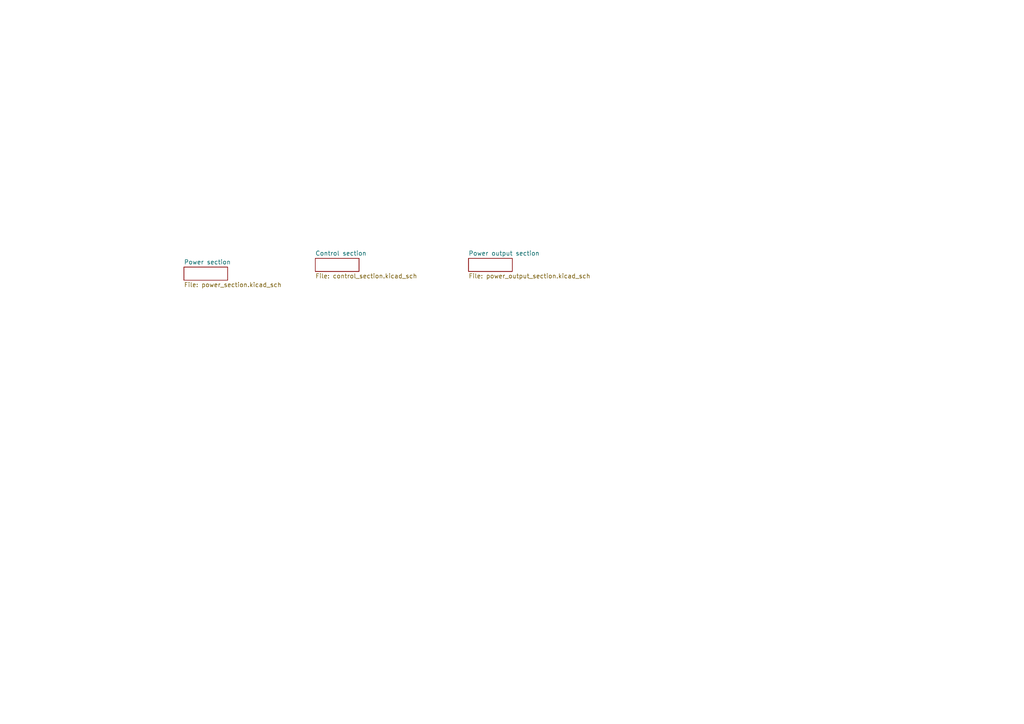
<source format=kicad_sch>
(kicad_sch
	(version 20231120)
	(generator "eeschema")
	(generator_version "8.0")
	(uuid "c84f7b8c-8d46-4cdf-96e7-8808b8751cbe")
	(paper "A4")
	(lib_symbols)
	(sheet
		(at 53.34 77.47)
		(size 12.7 3.81)
		(fields_autoplaced yes)
		(stroke
			(width 0.1524)
			(type solid)
		)
		(fill
			(color 0 0 0 0.0000)
		)
		(uuid "2a0279bb-cfb0-46c6-9852-6d23454a7d6e")
		(property "Sheetname" "Power section"
			(at 53.34 76.7584 0)
			(effects
				(font
					(size 1.27 1.27)
				)
				(justify left bottom)
			)
		)
		(property "Sheetfile" "power_section.kicad_sch"
			(at 53.34 81.8646 0)
			(effects
				(font
					(size 1.27 1.27)
				)
				(justify left top)
			)
		)
		(instances
			(project "cx-light-strip"
				(path "/c84f7b8c-8d46-4cdf-96e7-8808b8751cbe"
					(page "2")
				)
			)
		)
	)
	(sheet
		(at 91.44 74.93)
		(size 12.7 3.81)
		(fields_autoplaced yes)
		(stroke
			(width 0.1524)
			(type solid)
		)
		(fill
			(color 0 0 0 0.0000)
		)
		(uuid "311b987d-166e-42da-bd79-c0d661904c98")
		(property "Sheetname" "Control section"
			(at 91.44 74.2184 0)
			(effects
				(font
					(size 1.27 1.27)
				)
				(justify left bottom)
			)
		)
		(property "Sheetfile" "control_section.kicad_sch"
			(at 91.44 79.3246 0)
			(effects
				(font
					(size 1.27 1.27)
				)
				(justify left top)
			)
		)
		(instances
			(project "cx-light-strip"
				(path "/c84f7b8c-8d46-4cdf-96e7-8808b8751cbe"
					(page "3")
				)
			)
		)
	)
	(sheet
		(at 135.89 74.93)
		(size 12.7 3.81)
		(fields_autoplaced yes)
		(stroke
			(width 0.1524)
			(type solid)
		)
		(fill
			(color 0 0 0 0.0000)
		)
		(uuid "31e713e8-ea94-4fc9-ba2c-bea68192be17")
		(property "Sheetname" "Power output section"
			(at 135.89 74.2184 0)
			(effects
				(font
					(size 1.27 1.27)
				)
				(justify left bottom)
			)
		)
		(property "Sheetfile" "power_output_section.kicad_sch"
			(at 135.89 79.3246 0)
			(effects
				(font
					(size 1.27 1.27)
				)
				(justify left top)
			)
		)
		(instances
			(project "cx-light-strip"
				(path "/c84f7b8c-8d46-4cdf-96e7-8808b8751cbe"
					(page "4")
				)
			)
		)
	)
	(sheet_instances
		(path "/"
			(page "1")
		)
	)
)

</source>
